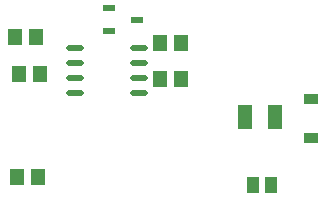
<source format=gtp>
G04*
G04 #@! TF.GenerationSoftware,Altium Limited,Altium Designer,18.0.7 (293)*
G04*
G04 Layer_Color=8421504*
%FSLAX25Y25*%
%MOIN*%
G70*
G01*
G75*
%ADD15R,0.04724X0.05512*%
%ADD16O,0.05906X0.02165*%
%ADD17R,0.03937X0.02362*%
%ADD18R,0.05000X0.08000*%
%ADD19R,0.04331X0.05512*%
%ADD20R,0.04803X0.03622*%
D15*
X21654Y66535D02*
D03*
X14567D02*
D03*
X20866Y32283D02*
D03*
X13780D02*
D03*
X20276Y78740D02*
D03*
X13189D02*
D03*
X61417Y76772D02*
D03*
X68504D02*
D03*
X61417Y64961D02*
D03*
X68504D02*
D03*
D16*
X54630Y60300D02*
D03*
Y65300D02*
D03*
Y70300D02*
D03*
Y75300D02*
D03*
X33370Y60300D02*
D03*
Y65300D02*
D03*
Y70300D02*
D03*
Y75300D02*
D03*
D17*
X53937Y84646D02*
D03*
X44488Y80905D02*
D03*
Y88386D02*
D03*
D18*
X89882Y52181D02*
D03*
X99882D02*
D03*
D19*
X92520Y29528D02*
D03*
X98425D02*
D03*
D20*
X111811Y45075D02*
D03*
Y58075D02*
D03*
M02*

</source>
